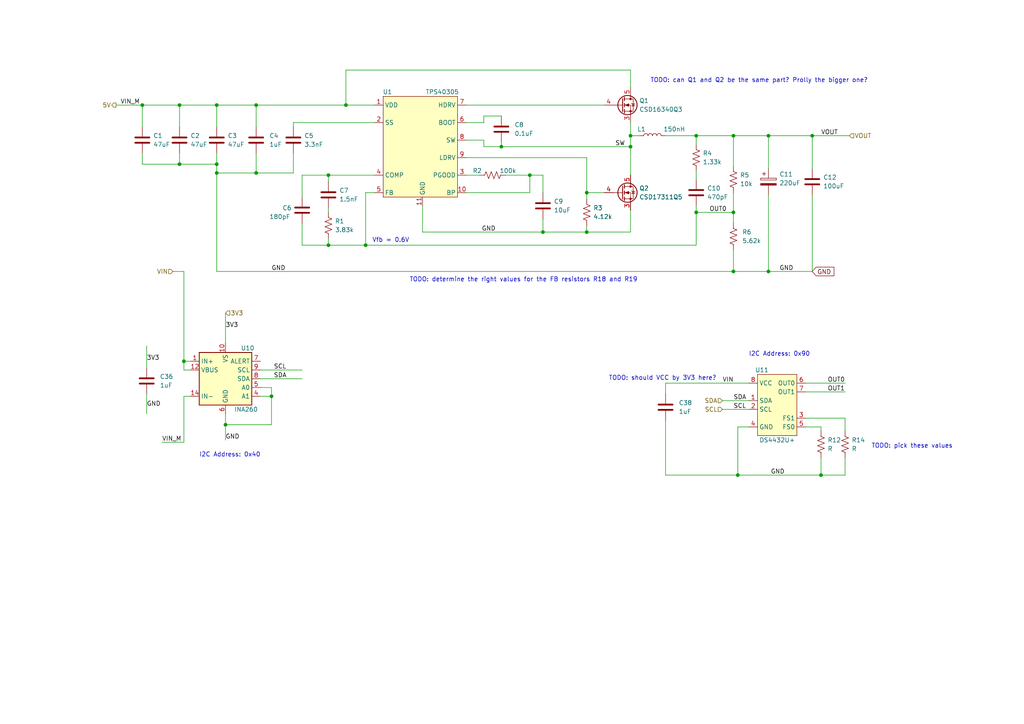
<source format=kicad_sch>
(kicad_sch (version 20211123) (generator eeschema)
  (paper "A4")
  (lib_symbols
    (symbol "Device:C" (pin_numbers hide) (pin_names (offset 0.254))
      (property "Reference" "C" (at 0.635 2.54 0))
      (property "Value" "C" (at 0.635 -2.54 0))
      (symbol "C_0_1"
        (polyline (pts (xy -2.032 -0.762) (xy 2.032 -0.762)) (stroke (width 0.508)))
        (polyline (pts (xy -2.032 0.762) (xy 2.032 0.762)) (stroke (width 0.508)))
      )
      (symbol "C_1_1"
        (pin passive line (at 0 3.81 270) (length 2.794) (name "~") (number "1"))
        (pin passive line (at 0 -3.81 90) (length 2.794) (name "~") (number "2"))
      )
    )
    (symbol "Device:C_Polarized" (pin_numbers hide) (pin_names (offset 0.254))
      (property "Reference" "C" (at 0.635 2.54 0))
      (property "Value" "C_Polarized" (at 0.635 -2.54 0))
      (symbol "C_Polarized_0_1"
        (rectangle (start -2.286 0.508) (end 2.286 1.016))
        (polyline (pts (xy -1.778 2.286) (xy -0.762 2.286)))
        (polyline (pts (xy -1.27 2.794) (xy -1.27 1.778)))
        (rectangle (start 2.286 -0.508) (end -2.286 -1.016) (fill (type outline)))
      )
      (symbol "C_Polarized_1_1"
        (pin passive line (at 0 3.81 270) (length 2.794) (name "~") (number "1"))
        (pin passive line (at 0 -3.81 90) (length 2.794) (name "~") (number "2"))
      )
    )
    (symbol "Device:L" (pin_numbers hide) (pin_names (offset 1.016) hide)
      (property "Reference" "L" (at -1.27 0 90))
      (property "Value" "L" (at 1.905 0 90))
      (symbol "L_0_1"
        (arc (start 0 -2.54) (mid 0.635 -1.905) (end 0 -1.27))
        (arc (start 0 -1.27) (mid 0.635 -0.635) (end 0 0))
        (arc (start 0 0) (mid 0.635 0.635) (end 0 1.27))
        (arc (start 0 1.27) (mid 0.635 1.905) (end 0 2.54))
      )
      (symbol "L_1_1"
        (pin passive line (at 0 3.81 270) (length 1.27) (name "1") (number "1"))
        (pin passive line (at 0 -3.81 90) (length 1.27) (name "2") (number "2"))
      )
    )
    (symbol "Device:R_US" (pin_numbers hide) (pin_names (offset 0))
      (property "Reference" "R" (at 2.54 0 90))
      (property "Value" "R_US" (at -2.54 0 90))
      (symbol "R_US_0_1"
        (polyline (pts (xy 0 -2.286) (xy 0 -2.54)))
        (polyline (pts (xy 0 2.286) (xy 0 2.54)))
        (polyline (pts (xy 0 -0.762) (xy 1.016 -1.143) (xy 0 -1.524) (xy -1.016 -1.905) (xy 0 -2.286)))
        (polyline (pts (xy 0 0.762) (xy 1.016 0.381) (xy 0 0) (xy -1.016 -0.381) (xy 0 -0.762)))
        (polyline (pts (xy 0 2.286) (xy 1.016 1.905) (xy 0 1.524) (xy -1.016 1.143) (xy 0 0.762)))
      )
      (symbol "R_US_1_1"
        (pin passive line (at 0 3.81 270) (length 1.27) (name "~") (number "1"))
        (pin passive line (at 0 -3.81 90) (length 1.27) (name "~") (number "2"))
      )
    )
    (symbol "Q_NMOS_CSD17311Q5_1" (pin_names (offset 0) hide)
      (property "Reference" "Q" (at 5.08 1.27 0))
      (property "Value" "Q_NMOS_CSD17311Q5_1" (at 5.08 -1.27 0))
      (symbol "Q_NMOS_CSD17311Q5_1_0_1"
        (polyline (pts (xy 0.254 0) (xy -2.54 0)))
        (polyline (pts (xy 0.254 1.905) (xy 0.254 -1.905)) (stroke (width 0.254)))
        (polyline (pts (xy 0.762 -1.27) (xy 0.762 -2.286)) (stroke (width 0.254)))
        (polyline (pts (xy 0.762 0.508) (xy 0.762 -0.508)) (stroke (width 0.254)))
        (polyline (pts (xy 0.762 2.286) (xy 0.762 1.27)) (stroke (width 0.254)))
        (polyline (pts (xy 2.54 2.54) (xy 2.54 1.778)))
        (polyline (pts (xy 2.54 -2.54) (xy 2.54 0) (xy 0.762 0)))
        (polyline (pts (xy 0.762 -1.778) (xy 3.302 -1.778) (xy 3.302 1.778) (xy 0.762 1.778)))
        (polyline (pts (xy 1.016 0) (xy 2.032 0.381) (xy 2.032 -0.381) (xy 1.016 0)) (fill (type outline)))
        (polyline (pts (xy 2.794 0.508) (xy 2.921 0.381) (xy 3.683 0.381) (xy 3.81 0.254)))
        (polyline (pts (xy 3.302 0.381) (xy 2.921 -0.254) (xy 3.683 -0.254) (xy 3.302 0.381)))
        (circle (center 1.651 0) (radius 2.794) (stroke (width 0.254)))
        (circle (center 2.54 -1.778) (radius 0.254) (fill (type outline)))
        (circle (center 2.54 1.778) (radius 0.254) (fill (type outline)))
      )
      (symbol "Q_NMOS_CSD17311Q5_1_1_1"
        (pin passive line (at 2.54 -5.08 90) (length 2.54) hide (name "") (number "1"))
        (pin passive line (at 2.54 -5.08 90) (length 2.54) hide (name "") (number "2"))
        (pin passive line (at 2.54 -5.08 90) (length 2.54) (name "S") (number "3"))
        (pin input line (at -5.08 0 0) (length 2.54) (name "G") (number "4"))
        (pin passive line (at 2.54 5.08 270) (length 2.54) (name "D") (number "5"))
      )
    )
    (symbol "Sensor:INA260"
      (property "Reference" "U" (at -6.35 8.89 0))
      (property "Value" "INA260" (at 2.54 8.89 0))
      (symbol "INA260_0_1"
        (rectangle (start -7.62 7.62) (end 7.62 -7.62) (stroke (width 0.254)) (fill (type background)))
      )
      (symbol "INA260_1_1"
        (pin passive line (at -10.16 5.08 0) (length 2.54) (name "IN+") (number "1"))
        (pin power_in line (at 0 10.16 270) (length 2.54) (name "VS") (number "10"))
        (pin passive line (at 0 -10.16 90) (length 2.54) hide (name "GND") (number "11"))
        (pin passive line (at -10.16 2.54 0) (length 2.54) (name "VBUS") (number "12"))
        (pin no_connect line (at 2.54 -7.62 90) (length 2.54) hide (name "NC") (number "13"))
        (pin passive line (at -10.16 -5.08 0) (length 2.54) (name "IN-") (number "14"))
        (pin passive line (at -10.16 -5.08 0) (length 2.54) hide (name "IN-") (number "15"))
        (pin passive line (at -10.16 -5.08 0) (length 2.54) hide (name "IN-") (number "16"))
        (pin passive line (at -10.16 5.08 0) (length 2.54) hide (name "IN+") (number "2"))
        (pin passive line (at -10.16 5.08 0) (length 2.54) hide (name "IN+") (number "3"))
        (pin input line (at 10.16 -5.08 180) (length 2.54) (name "A1") (number "4"))
        (pin input line (at 10.16 -2.54 180) (length 2.54) (name "A0") (number "5"))
        (pin power_in line (at 0 -10.16 90) (length 2.54) (name "GND") (number "6"))
        (pin open_collector line (at 10.16 5.08 180) (length 2.54) (name "ALERT") (number "7"))
        (pin bidirectional line (at 10.16 0 180) (length 2.54) (name "SDA") (number "8"))
        (pin input line (at 10.16 2.54 180) (length 2.54) (name "SCL") (number "9"))
      )
    )
    (symbol "TPS40305:DS4432U+"
      (property "Reference" "U" (at 3.81 10.16 0))
      (property "Value" "DS4432U+" (at -1.27 -10.16 0))
      (symbol "DS4432U+_0_1"
        (rectangle (start -6.35 8.89) (end 5.08 -8.89) (stroke (width 0.1524)) (fill (type background)))
      )
      (symbol "DS4432U+_1_1"
        (pin input line (at -8.89 1.27 0) (length 2.54) (name "SDA") (number "1"))
        (pin input line (at -8.89 -1.27 0) (length 2.54) (name "SCL") (number "2"))
        (pin input line (at 7.62 -3.81 180) (length 2.54) (name "FS1") (number "3"))
        (pin power_in line (at -8.89 -6.35 0) (length 2.54) (name "GND") (number "4"))
        (pin input line (at 7.62 -6.35 180) (length 2.54) (name "FS0") (number "5"))
        (pin output line (at 7.62 6.35 180) (length 2.54) (name "OUT0") (number "6"))
        (pin output line (at 7.62 3.81 180) (length 2.54) (name "OUT1") (number "7"))
        (pin power_in line (at -8.89 6.35 0) (length 2.54) (name "VCC") (number "8"))
      )
    )
    (symbol "TPS40305:Q_NMOS_CSD17311Q5" (pin_names (offset 0) hide)
      (property "Reference" "Q" (at 5.08 1.27 0))
      (property "Value" "Q_NMOS_CSD17311Q5" (at 5.08 -1.27 0))
      (symbol "Q_NMOS_CSD17311Q5_0_1"
        (polyline (pts (xy 0.254 0) (xy -2.54 0)))
        (polyline (pts (xy 0.254 1.905) (xy 0.254 -1.905)) (stroke (width 0.254)))
        (polyline (pts (xy 0.762 -1.27) (xy 0.762 -2.286)) (stroke (width 0.254)))
        (polyline (pts (xy 0.762 0.508) (xy 0.762 -0.508)) (stroke (width 0.254)))
        (polyline (pts (xy 0.762 2.286) (xy 0.762 1.27)) (stroke (width 0.254)))
        (polyline (pts (xy 2.54 2.54) (xy 2.54 1.778)))
        (polyline (pts (xy 2.54 -2.54) (xy 2.54 0) (xy 0.762 0)))
        (polyline (pts (xy 0.762 -1.778) (xy 3.302 -1.778) (xy 3.302 1.778) (xy 0.762 1.778)))
        (polyline (pts (xy 1.016 0) (xy 2.032 0.381) (xy 2.032 -0.381) (xy 1.016 0)) (fill (type outline)))
        (polyline (pts (xy 2.794 0.508) (xy 2.921 0.381) (xy 3.683 0.381) (xy 3.81 0.254)))
        (polyline (pts (xy 3.302 0.381) (xy 2.921 -0.254) (xy 3.683 -0.254) (xy 3.302 0.381)))
        (circle (center 1.651 0) (radius 2.794) (stroke (width 0.254)))
        (circle (center 2.54 -1.778) (radius 0.254) (fill (type outline)))
        (circle (center 2.54 1.778) (radius 0.254) (fill (type outline)))
      )
      (symbol "Q_NMOS_CSD17311Q5_1_1"
        (pin passive line (at 2.54 -5.08 90) (length 2.54) hide (name "") (number "1"))
        (pin passive line (at 2.54 -5.08 90) (length 2.54) hide (name "") (number "2"))
        (pin passive line (at 2.54 -5.08 90) (length 2.54) (name "S") (number "3"))
        (pin input line (at -5.08 0 0) (length 2.54) (name "G") (number "4"))
        (pin passive line (at 2.54 5.08 270) (length 2.54) (name "D") (number "5"))
      )
    )
    (symbol "TPS40305:TPS40305"
      (property "Reference" "U" (at 10.16 16.51 0))
      (property "Value" "TPS40305" (at -7.62 16.51 0))
      (symbol "TPS40305_0_1"
        (rectangle (start -11.43 15.24) (end 10.16 -13.97) (stroke (width 0.1524)) (fill (type background)))
      )
      (symbol "TPS40305_1_1"
        (pin input line (at -13.97 12.7 0) (length 2.54) (name "VDD") (number "1"))
        (pin input line (at 12.7 -12.7 180) (length 2.54) (name "BP") (number "10"))
        (pin input line (at 0 -16.51 90) (length 2.54) (name "GND") (number "11"))
        (pin input line (at -13.97 7.62 0) (length 2.54) (name "SS") (number "2"))
        (pin input line (at 12.7 -7.62 180) (length 2.54) (name "PGOOD") (number "3"))
        (pin input line (at -13.97 -7.62 0) (length 2.54) (name "COMP") (number "4"))
        (pin input line (at -13.97 -12.7 0) (length 2.54) (name "FB") (number "5"))
        (pin input line (at 12.7 7.62 180) (length 2.54) (name "BOOT") (number "6"))
        (pin input line (at 12.7 12.7 180) (length 2.54) (name "HDRV") (number "7"))
        (pin input line (at 12.7 2.54 180) (length 2.54) (name "SW") (number "8"))
        (pin input line (at 12.7 -2.54 180) (length 2.54) (name "LDRV") (number "9"))
      )
    )
  )
  (junction (at 62.865 50.165))
  (junction (at 201.93 61.595))
  (junction (at 62.865 47.625))
  (junction (at 238.125 137.795))
  (junction (at 153.67 50.8))
  (junction (at 213.995 137.795))
  (junction (at 41.275 30.48))
  (junction (at 145.415 42.545))
  (junction (at 182.88 42.545))
  (junction (at 212.725 78.74))
  (junction (at 95.25 50.8))
  (junction (at 182.88 39.37))
  (junction (at 170.18 55.88))
  (junction (at 222.885 78.74))
  (junction (at 212.725 39.37))
  (junction (at 52.07 47.625))
  (junction (at 74.295 30.48))
  (junction (at 100.33 30.48))
  (junction (at 106.045 71.12))
  (junction (at 65.405 123.19))
  (junction (at 52.07 30.48))
  (junction (at 222.885 39.37))
  (junction (at 212.725 61.595))
  (junction (at 78.74 114.935))
  (junction (at 157.48 67.31))
  (junction (at 62.865 30.48))
  (junction (at 74.295 50.165))
  (junction (at 235.585 39.37))
  (junction (at 53.34 104.775))
  (junction (at 201.93 39.37))
  (junction (at 95.25 71.12))
  (junction (at 170.18 67.31))
  (wire (pts (xy 245.11 137.795) (xy 238.125 137.795)))
  (wire (pts (xy 235.585 39.37) (xy 222.885 39.37)))
  (wire (pts (xy 193.04 111.125) (xy 217.17 111.125)))
  (wire (pts (xy 157.48 63.5) (xy 157.48 67.31)))
  (wire (pts (xy 41.275 30.48) (xy 52.07 30.48)))
  (wire (pts (xy 108.585 50.8) (xy 95.25 50.8)))
  (wire (pts (xy 182.88 35.56) (xy 182.88 39.37)))
  (wire (pts (xy 235.585 48.895) (xy 235.585 39.37)))
  (wire (pts (xy 170.18 55.88) (xy 175.26 55.88)))
  (wire (pts (xy 65.405 90.805) (xy 65.405 99.695)))
  (wire (pts (xy 95.25 60.325) (xy 95.25 61.595)))
  (wire (pts (xy 74.295 44.45) (xy 74.295 50.165)))
  (wire (pts (xy 212.725 55.88) (xy 212.725 61.595)))
  (wire (pts (xy 170.18 45.72) (xy 170.18 55.88)))
  (wire (pts (xy 53.34 104.775) (xy 53.34 78.74)))
  (wire (pts (xy 52.07 44.45) (xy 52.07 47.625)))
  (wire (pts (xy 170.18 67.31) (xy 170.18 65.405)))
  (wire (pts (xy 233.68 113.665) (xy 245.11 113.665)))
  (wire (pts (xy 85.09 44.45) (xy 85.09 50.165)))
  (wire (pts (xy 245.11 132.715) (xy 245.11 137.795)))
  (wire (pts (xy 182.88 20.32) (xy 100.33 20.32)))
  (wire (pts (xy 193.04 114.3) (xy 193.04 111.125)))
  (wire (pts (xy 201.93 39.37) (xy 201.93 41.91)))
  (wire (pts (xy 55.245 107.315) (xy 53.34 107.315)))
  (wire (pts (xy 52.07 47.625) (xy 62.865 47.625)))
  (wire (pts (xy 235.585 39.37) (xy 246.38 39.37)))
  (wire (pts (xy 53.34 114.935) (xy 53.34 128.27)))
  (wire (pts (xy 87.63 71.12) (xy 87.63 64.77)))
  (wire (pts (xy 87.63 50.8) (xy 87.63 57.15)))
  (wire (pts (xy 46.99 128.27) (xy 53.34 128.27)))
  (wire (pts (xy 209.55 116.205) (xy 217.17 116.205)))
  (wire (pts (xy 62.865 50.165) (xy 74.295 50.165)))
  (wire (pts (xy 75.565 112.395) (xy 78.74 112.395)))
  (wire (pts (xy 122.555 67.31) (xy 157.48 67.31)))
  (wire (pts (xy 78.74 123.19) (xy 65.405 123.19)))
  (wire (pts (xy 213.995 123.825) (xy 217.17 123.825)))
  (wire (pts (xy 62.865 78.74) (xy 212.725 78.74)))
  (wire (pts (xy 201.93 49.53) (xy 201.93 52.07)))
  (wire (pts (xy 55.245 104.775) (xy 53.34 104.775)))
  (wire (pts (xy 74.295 30.48) (xy 74.295 36.83)))
  (wire (pts (xy 95.25 69.215) (xy 95.25 71.12)))
  (wire (pts (xy 233.68 121.285) (xy 245.11 121.285)))
  (wire (pts (xy 212.725 72.39) (xy 212.725 78.74)))
  (wire (pts (xy 157.48 67.31) (xy 170.18 67.31)))
  (wire (pts (xy 238.125 132.715) (xy 238.125 137.795)))
  (wire (pts (xy 153.67 55.88) (xy 153.67 50.8)))
  (wire (pts (xy 222.885 39.37) (xy 222.885 48.895)))
  (wire (pts (xy 212.725 61.595) (xy 212.725 64.77)))
  (wire (pts (xy 140.335 40.64) (xy 140.335 42.545)))
  (wire (pts (xy 182.88 60.96) (xy 182.88 67.31)))
  (wire (pts (xy 78.74 112.395) (xy 78.74 114.935)))
  (wire (pts (xy 135.255 45.72) (xy 170.18 45.72)))
  (wire (pts (xy 135.255 40.64) (xy 140.335 40.64)))
  (wire (pts (xy 41.275 47.625) (xy 52.07 47.625)))
  (wire (pts (xy 233.68 111.125) (xy 245.11 111.125)))
  (wire (pts (xy 135.255 55.88) (xy 153.67 55.88)))
  (wire (pts (xy 41.275 36.83) (xy 41.275 30.48)))
  (wire (pts (xy 222.885 56.515) (xy 222.885 78.74)))
  (wire (pts (xy 62.865 30.48) (xy 62.865 36.83)))
  (wire (pts (xy 146.685 50.8) (xy 153.67 50.8)))
  (wire (pts (xy 52.07 30.48) (xy 62.865 30.48)))
  (wire (pts (xy 213.995 137.795) (xy 213.995 123.825)))
  (wire (pts (xy 42.545 114.3) (xy 42.545 120.015)))
  (wire (pts (xy 140.335 42.545) (xy 145.415 42.545)))
  (wire (pts (xy 222.885 39.37) (xy 212.725 39.37)))
  (wire (pts (xy 100.33 20.32) (xy 100.33 30.48)))
  (wire (pts (xy 182.88 67.31) (xy 170.18 67.31)))
  (wire (pts (xy 65.405 123.19) (xy 65.405 127.635)))
  (wire (pts (xy 233.68 123.825) (xy 238.125 123.825)))
  (wire (pts (xy 170.18 55.88) (xy 170.18 57.785)))
  (wire (pts (xy 182.88 42.545) (xy 182.88 50.8)))
  (wire (pts (xy 95.25 71.12) (xy 87.63 71.12)))
  (wire (pts (xy 62.865 30.48) (xy 74.295 30.48)))
  (wire (pts (xy 222.885 78.74) (xy 235.585 78.74)))
  (wire (pts (xy 193.04 137.795) (xy 213.995 137.795)))
  (wire (pts (xy 75.565 114.935) (xy 78.74 114.935)))
  (wire (pts (xy 65.405 120.015) (xy 65.405 123.19)))
  (wire (pts (xy 135.255 50.8) (xy 139.065 50.8)))
  (wire (pts (xy 106.045 71.12) (xy 95.25 71.12)))
  (wire (pts (xy 157.48 50.8) (xy 157.48 55.88)))
  (wire (pts (xy 52.07 30.48) (xy 52.07 36.83)))
  (wire (pts (xy 62.865 47.625) (xy 62.865 50.165)))
  (wire (pts (xy 145.415 42.545) (xy 182.88 42.545)))
  (wire (pts (xy 182.88 25.4) (xy 182.88 20.32)))
  (wire (pts (xy 62.865 50.165) (xy 62.865 78.74)))
  (wire (pts (xy 245.11 121.285) (xy 245.11 125.095)))
  (wire (pts (xy 41.275 44.45) (xy 41.275 47.625)))
  (wire (pts (xy 62.865 44.45) (xy 62.865 47.625)))
  (wire (pts (xy 122.555 59.69) (xy 122.555 67.31)))
  (wire (pts (xy 212.725 78.74) (xy 222.885 78.74)))
  (wire (pts (xy 193.04 39.37) (xy 201.93 39.37)))
  (wire (pts (xy 209.55 118.745) (xy 217.17 118.745)))
  (wire (pts (xy 108.585 55.88) (xy 106.045 55.88)))
  (wire (pts (xy 108.585 35.56) (xy 85.09 35.56)))
  (wire (pts (xy 55.245 114.935) (xy 53.34 114.935)))
  (wire (pts (xy 201.93 39.37) (xy 212.725 39.37)))
  (wire (pts (xy 153.67 50.8) (xy 157.48 50.8)))
  (wire (pts (xy 140.335 35.56) (xy 140.335 33.655)))
  (wire (pts (xy 201.93 59.69) (xy 201.93 61.595)))
  (wire (pts (xy 235.585 56.515) (xy 235.585 78.74)))
  (wire (pts (xy 201.93 71.12) (xy 106.045 71.12)))
  (wire (pts (xy 95.25 50.8) (xy 87.63 50.8)))
  (wire (pts (xy 74.295 30.48) (xy 100.33 30.48)))
  (wire (pts (xy 140.335 33.655) (xy 145.415 33.655)))
  (wire (pts (xy 145.415 41.275) (xy 145.415 42.545)))
  (wire (pts (xy 42.545 100.33) (xy 42.545 106.68)))
  (wire (pts (xy 135.255 30.48) (xy 175.26 30.48)))
  (wire (pts (xy 53.34 107.315) (xy 53.34 104.775)))
  (wire (pts (xy 100.33 30.48) (xy 108.585 30.48)))
  (wire (pts (xy 85.09 35.56) (xy 85.09 36.83)))
  (wire (pts (xy 212.725 39.37) (xy 212.725 48.26)))
  (wire (pts (xy 182.88 39.37) (xy 185.42 39.37)))
  (wire (pts (xy 238.125 123.825) (xy 238.125 125.095)))
  (wire (pts (xy 201.93 61.595) (xy 201.93 71.12)))
  (wire (pts (xy 135.255 35.56) (xy 140.335 35.56)))
  (wire (pts (xy 75.565 107.315) (xy 87.63 107.315)))
  (wire (pts (xy 78.74 114.935) (xy 78.74 123.19)))
  (wire (pts (xy 106.045 55.88) (xy 106.045 71.12)))
  (wire (pts (xy 182.88 39.37) (xy 182.88 42.545)))
  (wire (pts (xy 238.125 137.795) (xy 213.995 137.795)))
  (wire (pts (xy 193.04 121.92) (xy 193.04 137.795)))
  (wire (pts (xy 50.165 78.74) (xy 53.34 78.74)))
  (wire (pts (xy 33.655 30.48) (xy 41.275 30.48)))
  (wire (pts (xy 75.565 109.855) (xy 87.63 109.855)))
  (wire (pts (xy 74.295 50.165) (xy 85.09 50.165)))
  (wire (pts (xy 201.93 61.595) (xy 212.725 61.595)))
  (wire (pts (xy 95.25 50.8) (xy 95.25 52.705)))
  (text "I2C Address: 0x90" (at 217.17 103.505 0) (effects (font (size 1.27 1.27)) (justify left bottom)))
  (text "TODO: determine the right values for the FB resistors R18 and R19" (at 118.745 81.915 0) (effects (font (size 1.27 1.27)) (justify left bottom)))
  (text "TODO: pick these values" (at 252.73 130.175 0) (effects (font (size 1.27 1.27)) (justify left bottom)))
  (text "TODO: should VCC by 3V3 here?" (at 176.53 110.49 0) (effects (font (size 1.27 1.27)) (justify left bottom)))
  (text "I2C Address: 0x40" (at 57.785 132.715 0) (effects (font (size 1.27 1.27)) (justify left bottom)))
  (text "Vfb = 0.6V" (at 107.95 70.485 0) (effects (font (size 1.27 1.27)) (justify left bottom)))
  (text "TODO: can Q1 and Q2 be the same part? Prolly the bigger one?" (at 188.595 24.13 0) (effects (font (size 1.27 1.27)) (justify left bottom)))
  (label "SDA" (at 212.725 116.205 0))
  (label "VIN_M" (at 34.925 30.48 0))
  (label "GND" (at 226.06 78.74 0))
  (label "VIN_M" (at 46.99 128.27 0))
  (label "GND" (at 78.74 78.74 0))
  (label "GND" (at 65.405 127.635 0))
  (label "VIN" (at 209.55 111.125 0))
  (label "3V3" (at 65.405 95.25 0))
  (label "GND" (at 42.545 118.11 0))
  (label "SCL" (at 79.375 107.315 0))
  (label "VOUT" (at 238.125 39.37 0))
  (label "3V3" (at 42.545 104.775 0))
  (label "OUT1" (at 240.03 113.665 0))
  (label "SCL" (at 212.725 118.745 0))
  (label "SDA" (at 79.375 109.855 0))
  (label "OUT0" (at 205.74 61.595 0))
  (label "OUT0" (at 240.03 111.125 0))
  (label "GND" (at 223.52 137.795 0))
  (label "SW" (at 178.435 42.545 0))
  (label "GND" (at 139.7 67.31 0))
  (global_label "GND" (shape input) (at 235.585 78.74 0) (property "Intersheet References" "${INTERSHEET_REFS}" (effects hide)))
  (hierarchical_label "SDA" (shape input) (at 209.55 116.205 180))
  (hierarchical_label "5V" (shape output) (at 33.655 30.48 180))
  (hierarchical_label "SCL" (shape input) (at 209.55 118.745 180))
  (hierarchical_label "3V3" (shape input) (at 65.405 90.805 0))
  (hierarchical_label "VOUT" (shape input) (at 246.38 39.37 0))
  (hierarchical_label "VIN" (shape input) (at 50.165 78.74 180))
  (symbol (lib_id "Device:C") (at 157.48 59.69 0) (unit 1)
    (property "Reference" "C9" (at 160.655 58.4199 0) (effects (justify left)))
    (property "Value" "10uF" (at 160.655 60.9599 0) (effects (justify left)))
    (property "Footprint" "Capacitor_SMD:C_0805_2012Metric" (effects hide))
    (property "DK" "1276-1096-1-ND" (effects hide))
  )
  (symbol (lib_id "Device:R_US") (at 212.725 52.07 0) (unit 1)
    (property "Reference" "R5" (at 214.63 50.7999 0) (effects (justify left)))
    (property "Value" "10k" (at 214.63 53.3399 0) (effects (justify left)))
    (property "Footprint" "Resistor_SMD:R_0402_1005Metric" (effects hide))
    (property "DK" "311-10KJRCT-ND" (effects hide))
  )
  (symbol (lib_id "Device:C") (at 62.865 40.64 0) (unit 1)
    (property "Reference" "C3" (at 66.04 39.3699 0) (effects (justify left)))
    (property "Value" "47uF" (at 66.04 41.9099 0) (effects (justify left)))
    (property "Footprint" "Capacitor_SMD:C_1210_3225Metric" (effects hide))
    (property "DK" "490-6539-1-ND" (effects hide))
    (property "PARTNO" "GRM32ER61C476KE15L" (effects hide))
  )
  (symbol (lib_id "Device:C_Polarized") (at 222.885 52.705 0) (unit 1)
    (property "Reference" "C11" (at 226.06 50.5459 0) (effects (justify left)))
    (property "Value" "220uF" (at 226.06 53.0859 0) (effects (justify left)))
    (property "Footprint" "TPS40305_supply:CAP_2R5TPE220MAFB" (effects hide))
    (property "Datasheet" "https://media.digikey.com/pdf/Data%20Sheets/Panasonic%20Capacitors%20PDFs/TPE_Series_POSCAP_Rev02_Oct_2017.pdf" (effects hide))
    (property "PARTNO" "2R5TPE220MAFB" (effects hide))
    (property "DK" "P16200CT-ND" (effects hide))
  )
  (symbol (lib_id "TPS40305:TPS40305") (at 122.555 43.18 0) (unit 1)
    (property "Reference" "U1" (at 112.395 26.67 0))
    (property "Value" "TPS40305" (at 128.27 26.67 0))
    (property "Footprint" "TPS40305_supply:TPS40305" (effects hide))
    (property "Datasheet" "https://www.ti.com/lit/ds/symlink/tps40303.pdf" (effects hide))
    (property "DK" "296-37445-1-ND" (effects hide))
    (property "PARTNO" "TPS40305DRCR" (effects hide))
  )
  (symbol (lib_id "Sensor:INA260") (at 65.405 109.855 0) (unit 1)
    (property "Reference" "U10" (at 69.85 100.965 0) (effects (justify left)))
    (property "Value" "INA260" (at 67.945 118.745 0) (effects (justify left)))
    (property "Footprint" "Package_SO:TSSOP-16_4.4x5mm_P0.65mm" (effects hide))
    (property "Datasheet" "http://www.ti.com/lit/ds/symlink/ina260.pdf" (effects hide))
    (property "PARTNO" "INA260AIPWR" (effects hide))
  )
  (symbol (lib_id "Device:C") (at 41.275 40.64 0) (unit 1)
    (property "Reference" "C1" (at 44.45 39.3699 0) (effects (justify left)))
    (property "Value" "47uF" (at 44.45 41.9099 0) (effects (justify left)))
    (property "Footprint" "Capacitor_SMD:C_1210_3225Metric" (effects hide))
    (property "DK" "490-6539-1-ND" (effects hide))
    (property "PARTNO" "GRM32ER61C476KE15L" (effects hide))
  )
  (symbol (lib_name "Q_NMOS_CSD17311Q5_1") (lib_id "TPS40305:Q_NMOS_CSD17311Q5") (at 180.34 55.88 0) (unit 1)
    (property "Reference" "Q2" (at 185.42 54.61 0) (effects (justify left)))
    (property "Value" "CSD17311Q5" (at 185.42 57.15 0) (effects (justify left)))
    (property "Footprint" "TPS40305_supply:CSD17311Q5" (effects hide))
    (property "Datasheet" "https://www.ti.com/lit/ds/symlink/csd17311q5.pdf" (effects hide))
    (property "DK" "296-27625-1-ND" (effects hide))
    (property "PARTNO" "CSD17311Q5" (effects hide))
  )
  (symbol (lib_id "TPS40305:Q_NMOS_CSD17311Q5") (at 180.34 30.48 0) (unit 1)
    (property "Reference" "Q1" (at 185.42 29.21 0) (effects (justify left)))
    (property "Value" "CSD16340Q3" (at 185.42 31.75 0) (effects (justify left)))
    (property "Footprint" "TPS40305_supply:CSD16340Q3" (effects hide))
    (property "Datasheet" "https://www.ti.com/lit/ds/symlink/csd16340q3.pdf" (effects hide))
    (property "PARTNO" "CSD16340Q3" (effects hide))
    (property "DK" "296-25646-1-ND" (effects hide))
  )
  (symbol (lib_id "Device:C") (at 85.09 40.64 0) (unit 1)
    (property "Reference" "C5" (at 88.265 39.3699 0) (effects (justify left)))
    (property "Value" "3.3nF" (at 88.265 41.9099 0) (effects (justify left)))
    (property "Footprint" "Capacitor_SMD:C_0402_1005Metric" (effects hide))
    (property "DK" "1276-1552-1-ND" (effects hide))
  )
  (symbol (lib_id "Device:C") (at 52.07 40.64 0) (unit 1)
    (property "Reference" "C2" (at 55.245 39.3699 0) (effects (justify left)))
    (property "Value" "47uF" (at 55.245 41.9099 0) (effects (justify left)))
    (property "Footprint" "Capacitor_SMD:C_1210_3225Metric" (effects hide))
    (property "DK" "490-6539-1-ND" (effects hide))
    (property "PARTNO" "GRM32ER61C476KE15L" (effects hide))
  )
  (symbol (lib_id "Device:C") (at 74.295 40.64 0) (unit 1)
    (property "Reference" "C4" (at 78.105 39.3699 0) (effects (justify left)))
    (property "Value" "1uF" (at 78.105 41.9099 0) (effects (justify left)))
    (property "Footprint" "Capacitor_SMD:C_0805_2012Metric" (effects hide))
    (property "DK" "1276-6471-1-ND" (effects hide))
  )
  (symbol (lib_id "TPS40305:DS4432U+") (at 226.06 117.475 0) (unit 1)
    (property "Reference" "U11" (at 220.98 107.315 0))
    (property "Value" "DS4432U+" (at 225.425 127.635 0))
  )
  (symbol (lib_id "Device:C") (at 235.585 52.705 0) (unit 1)
    (property "Reference" "C12" (at 238.76 51.4349 0) (effects (justify left)))
    (property "Value" "100uF" (at 238.76 53.9749 0) (effects (justify left)))
    (property "Footprint" "Capacitor_SMD:C_1206_3216Metric" (effects hide))
    (property "PARTNO" "C3216X5R0J107M160AB" (effects hide))
    (property "DK" "445-6008-1-ND" (effects hide))
  )
  (symbol (lib_id "Device:C") (at 95.25 56.515 0) (unit 1)
    (property "Reference" "C7" (at 98.425 55.2449 0) (effects (justify left)))
    (property "Value" "1.5nF" (at 98.425 57.7849 0) (effects (justify left)))
    (property "Footprint" "Capacitor_SMD:C_0805_2012Metric" (effects hide))
    (property "DK" "311-1128-1-ND" (effects hide))
  )
  (symbol (lib_id "Device:R_US") (at 212.725 68.58 0) (unit 1)
    (property "Reference" "R6" (at 215.265 67.3099 0) (effects (justify left)))
    (property "Value" "5.62k" (at 215.265 69.8499 0) (effects (justify left)))
    (property "Footprint" "Resistor_SMD:R_0402_1005Metric" (effects hide))
    (property "DK" "RMCF0402FT5K62CT-ND" (effects hide))
  )
  (symbol (lib_id "Device:R_US") (at 142.875 50.8 90) (unit 1)
    (property "Reference" "R2" (at 138.43 49.53 90))
    (property "Value" "100k" (at 147.32 49.53 90))
    (property "Footprint" "Resistor_SMD:R_0402_1005Metric" (effects hide))
    (property "DK" "311-100KJRCT-ND" (effects hide))
  )
  (symbol (lib_id "Device:C") (at 145.415 37.465 0) (unit 1)
    (property "Reference" "C8" (at 149.225 36.1949 0) (effects (justify left)))
    (property "Value" "0.1uF" (at 149.225 38.7349 0) (effects (justify left)))
    (property "Footprint" "Capacitor_SMD:C_0402_1005Metric" (effects hide))
    (property "DK" "1276-1043-1-ND" (effects hide))
  )
  (symbol (lib_id "Device:R_US") (at 238.125 128.905 0) (unit 1)
    (property "Reference" "R12" (at 240.03 127.6349 0) (effects (justify left)))
    (property "Value" "R" (at 240.03 130.1749 0) (effects (justify left)))
    (property "Footprint" "Resistor_SMD:R_0402_1005Metric" (effects hide))
  )
  (symbol (lib_id "Device:C") (at 193.04 118.11 0) (unit 1)
    (property "Reference" "C38" (at 196.85 116.8399 0) (effects (justify left)))
    (property "Value" "1uF" (at 196.85 119.3799 0) (effects (justify left)))
    (property "Footprint" "Capacitor_SMD:C_0805_2012Metric" (effects hide))
    (property "DK" "1276-6471-1-ND" (effects hide))
  )
  (symbol (lib_id "Device:R_US") (at 201.93 45.72 0) (unit 1)
    (property "Reference" "R4" (at 203.835 44.4499 0) (effects (justify left)))
    (property "Value" "1.33k" (at 203.835 46.9899 0) (effects (justify left)))
    (property "Footprint" "Resistor_SMD:R_0402_1005Metric" (effects hide))
    (property "DK" "311-1.33KLRCT-ND" (effects hide))
  )
  (symbol (lib_id "Device:R_US") (at 95.25 65.405 0) (unit 1)
    (property "Reference" "R1" (at 97.155 64.1349 0) (effects (justify left)))
    (property "Value" "3.83k" (at 97.155 66.6749 0) (effects (justify left)))
    (property "Footprint" "Resistor_SMD:R_0402_1005Metric" (effects hide))
    (property "DK" "311-3.83KLRCT-ND" (effects hide))
  )
  (symbol (lib_id "Device:C") (at 201.93 55.88 0) (unit 1)
    (property "Reference" "C10" (at 205.105 54.6099 0) (effects (justify left)))
    (property "Value" "470pF" (at 205.105 57.1499 0) (effects (justify left)))
    (property "Footprint" "Capacitor_SMD:C_0805_2012Metric" (effects hide))
    (property "DK" "1292-1580-1-ND" (effects hide))
  )
  (symbol (lib_id "Device:L") (at 189.23 39.37 90) (unit 1)
    (property "Reference" "L1" (at 186.055 37.465 90))
    (property "Value" "150nH" (at 195.58 37.465 90))
    (property "Footprint" "TPS40305_supply:FP1005R1-R15-R" (effects hide))
    (property "Datasheet" "https://www.eaton.com/content/dam/eaton/products/electronic-components/resources/data-sheet/eaton-fp1005r-high-current-power-inductors-data-sheet.pdf" (effects hide))
    (property "PARTNO" "FP1005R1-R15-R" (effects hide))
    (property "DK" "513-1568-1-ND" (effects hide))
  )
  (symbol (lib_id "Device:R_US") (at 245.11 128.905 0) (unit 1)
    (property "Reference" "R14" (at 247.015 127.6349 0) (effects (justify left)))
    (property "Value" "R" (at 247.015 130.1749 0) (effects (justify left)))
    (property "Footprint" "Resistor_SMD:R_0402_1005Metric" (effects hide))
  )
  (symbol (lib_id "Device:R_US") (at 170.18 61.595 0) (unit 1)
    (property "Reference" "R3" (at 172.085 60.3249 0) (effects (justify left)))
    (property "Value" "4.12k" (at 172.085 62.8649 0) (effects (justify left)))
    (property "Footprint" "Resistor_SMD:R_0402_1005Metric" (effects hide))
    (property "DK" "RMCF0402FT4K12CT-ND" (effects hide))
  )
  (symbol (lib_id "Device:C") (at 42.545 110.49 0) (unit 1)
    (property "Reference" "C36" (at 46.355 109.2199 0) (effects (justify left)))
    (property "Value" "1uF" (at 46.355 111.7599 0) (effects (justify left)))
    (property "Footprint" "Capacitor_SMD:C_0805_2012Metric" (effects hide))
    (property "DK" "1276-6471-1-ND" (effects hide))
  )
  (symbol (lib_id "Device:C") (at 87.63 60.96 0) (unit 1)
    (property "Reference" "C6" (at 81.915 60.325 0) (effects (justify left)))
    (property "Value" "180pF" (at 78.105 62.865 0) (effects (justify left)))
    (property "Footprint" "Capacitor_SMD:C_0805_2012Metric" (effects hide))
    (property "DK" "311-1114-1-ND" (effects hide))
  )
)
</source>
